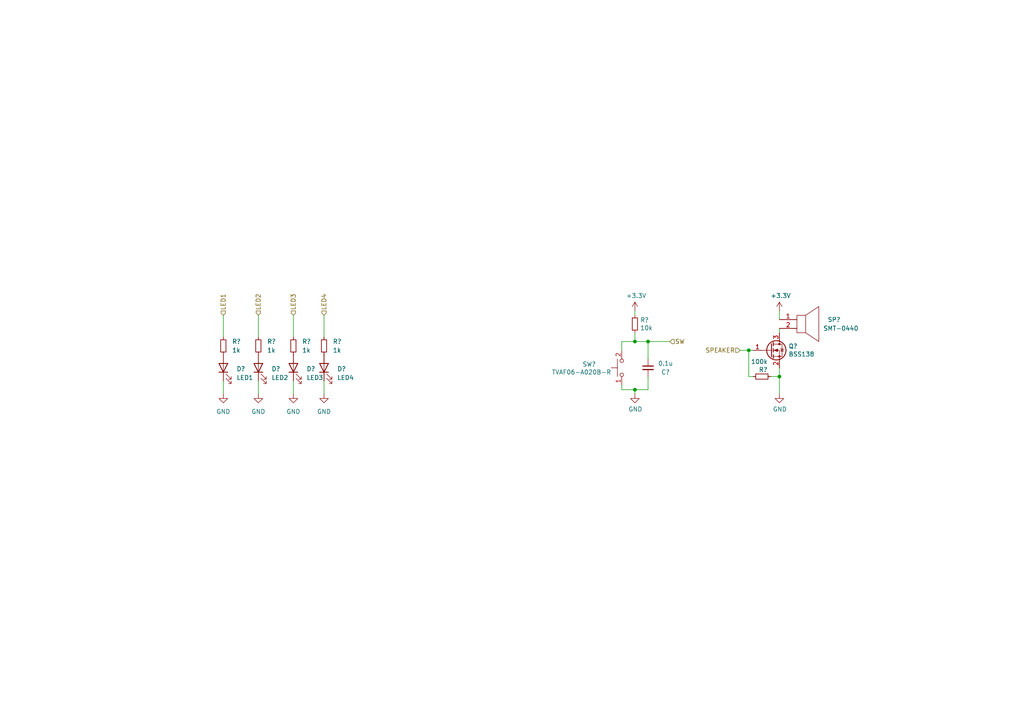
<source format=kicad_sch>
(kicad_sch (version 20211123) (generator eeschema)
  (paper "A4")
  (lib_symbols
    (symbol "Device:C_Small" (pin_numbers hide) (pin_names (offset 0.254) hide)
      (property "Reference" "C" (at 0.254 1.778 0))
      (property "Value" "C_Small" (at 0.254 -2.032 0))
      (symbol "C_Small_0_1"
        (polyline (pts (xy -1.524 -0.508) (xy 1.524 -0.508)) (stroke (width 0.3302)))
        (polyline (pts (xy -1.524 0.508) (xy 1.524 0.508)) (stroke (width 0.3048)))
      )
      (symbol "C_Small_1_1"
        (pin passive line (at 0 2.54 270) (length 2.032) (name "~") (number "1"))
        (pin passive line (at 0 -2.54 90) (length 2.032) (name "~") (number "2"))
      )
    )
    (symbol "Device:LED" (pin_numbers hide) (pin_names (offset 1.016) hide)
      (property "Reference" "D" (at 0 2.54 0))
      (property "Value" "LED" (at 0 -2.54 0))
      (symbol "LED_0_1"
        (polyline (pts (xy -1.27 -1.27) (xy -1.27 1.27)) (stroke (width 0.254)))
        (polyline (pts (xy -1.27 0) (xy 1.27 0)))
        (polyline (pts (xy 1.27 -1.27) (xy 1.27 1.27) (xy -1.27 0) (xy 1.27 -1.27)) (stroke (width 0.254)))
        (polyline (pts (xy -3.048 -0.762) (xy -4.572 -2.286) (xy -3.81 -2.286) (xy -4.572 -2.286) (xy -4.572 -1.524)))
        (polyline (pts (xy -1.778 -0.762) (xy -3.302 -2.286) (xy -2.54 -2.286) (xy -3.302 -2.286) (xy -3.302 -1.524)))
      )
      (symbol "LED_1_1"
        (pin passive line (at -3.81 0 0) (length 2.54) (name "K") (number "1"))
        (pin passive line (at 3.81 0 180) (length 2.54) (name "A") (number "2"))
      )
    )
    (symbol "Device:R_Small" (pin_numbers hide) (pin_names (offset 0.254) hide)
      (property "Reference" "R" (at 0.762 0.508 0))
      (property "Value" "R_Small" (at 0.762 -1.016 0))
      (symbol "R_Small_0_1"
        (rectangle (start -0.762 1.778) (end 0.762 -1.778) (stroke (width 0.2032)))
      )
      (symbol "R_Small_1_1"
        (pin passive line (at 0 2.54 270) (length 0.762) (name "~") (number "1"))
        (pin passive line (at 0 -2.54 90) (length 0.762) (name "~") (number "2"))
      )
    )
    (symbol "My_Device:SKRPACE" (pin_names (offset 1.016))
      (property "Reference" "SW" (at 0 6.35 0))
      (property "Value" "My_Device_SKRPACE" (at 0 8.89 0))
      (symbol "SKRPACE_1_1"
        (circle (center -2.032 0) (radius 0.508))
        (polyline (pts (xy 0 1.27) (xy 0 3.048)))
        (polyline (pts (xy 2.54 1.27) (xy -2.54 1.27)))
        (circle (center 2.032 0) (radius 0.508))
        (pin passive line (at -5.08 0 0) (length 2.54) (name "~") (number "1"))
        (pin passive line (at 5.08 0 180) (length 2.54) (name "~") (number "2"))
      )
    )
    (symbol "My_Device:SMT-0440" (pin_names (offset 1.016))
      (property "Reference" "BUZ1" (at 3.81 5.08 0))
      (property "Value" "My_Device_SMT-0440" (at 3.81 -8.89 0))
      (symbol "SMT-0440_0_1"
        (polyline (pts (xy 2.54 0) (xy 6.35 2.54) (xy 6.35 -7.62) (xy 2.54 -5.08)))
        (rectangle (start 0 0) (end 2.54 -5.08))
      )
      (symbol "SMT-0440_1_1"
        (pin input line (at -5.08 -1.27 0) (length 5.08) (name "~") (number "1"))
        (pin input line (at -5.08 -3.81 0) (length 5.08) (name "~") (number "2"))
      )
    )
    (symbol "Transistor_FET:BSS138" (pin_names hide)
      (property "Reference" "Q" (at 5.08 1.905 0))
      (property "Value" "BSS138" (at 5.08 0 0))
      (symbol "BSS138_0_1"
        (polyline (pts (xy 0.254 0) (xy -2.54 0)))
        (polyline (pts (xy 0.254 1.905) (xy 0.254 -1.905)) (stroke (width 0.254)))
        (polyline (pts (xy 0.762 -1.27) (xy 0.762 -2.286)) (stroke (width 0.254)))
        (polyline (pts (xy 0.762 0.508) (xy 0.762 -0.508)) (stroke (width 0.254)))
        (polyline (pts (xy 0.762 2.286) (xy 0.762 1.27)) (stroke (width 0.254)))
        (polyline (pts (xy 2.54 2.54) (xy 2.54 1.778)))
        (polyline (pts (xy 2.54 -2.54) (xy 2.54 0) (xy 0.762 0)))
        (polyline (pts (xy 0.762 -1.778) (xy 3.302 -1.778) (xy 3.302 1.778) (xy 0.762 1.778)))
        (polyline (pts (xy 1.016 0) (xy 2.032 0.381) (xy 2.032 -0.381) (xy 1.016 0)) (fill (type outline)))
        (polyline (pts (xy 2.794 0.508) (xy 2.921 0.381) (xy 3.683 0.381) (xy 3.81 0.254)))
        (polyline (pts (xy 3.302 0.381) (xy 2.921 -0.254) (xy 3.683 -0.254) (xy 3.302 0.381)))
        (circle (center 1.651 0) (radius 2.794) (stroke (width 0.254)))
        (circle (center 2.54 -1.778) (radius 0.254) (fill (type outline)))
        (circle (center 2.54 1.778) (radius 0.254) (fill (type outline)))
      )
      (symbol "BSS138_1_1"
        (pin input line (at -5.08 0 0) (length 2.54) (name "G") (number "1"))
        (pin passive line (at 2.54 -5.08 90) (length 2.54) (name "S") (number "2"))
        (pin passive line (at 2.54 5.08 270) (length 2.54) (name "D") (number "3"))
      )
    )
    (symbol "power:+3.3V" (power) (pin_names (offset 0))
      (property "Value" "+3.3V" (at 0 3.556 0))
      (symbol "+3.3V_0_1"
        (polyline (pts (xy -0.762 1.27) (xy 0 2.54)))
        (polyline (pts (xy 0 0) (xy 0 2.54)))
        (polyline (pts (xy 0 2.54) (xy 0.762 1.27)))
      )
      (symbol "+3.3V_1_1"
        (pin power_in line (at 0 0 90) (length 0) hide (name "+3.3V") (number "1"))
      )
    )
    (symbol "power:GND" (power) (pin_names (offset 0))
      (property "Value" "GND" (at 0 -3.81 0))
      (symbol "GND_0_1"
        (polyline (pts (xy 0 0) (xy 0 -1.27) (xy 1.27 -1.27) (xy 0 -2.54) (xy -1.27 -1.27) (xy 0 -1.27)))
      )
      (symbol "GND_1_1"
        (pin power_in line (at 0 0 270) (length 0) hide (name "GND") (number "1"))
      )
    )
  )
  (junction (at 184.15 113.03))
  (junction (at 184.15 99.06))
  (junction (at 187.96 99.06))
  (junction (at 226.06 109.22))
  (junction (at 217.17 101.6))
  (wire (pts (xy 64.77 110.49) (xy 64.77 114.3)))
  (wire (pts (xy 74.93 110.49) (xy 74.93 114.3)))
  (wire (pts (xy 74.93 91.44) (xy 74.93 97.79)))
  (wire (pts (xy 217.17 101.6) (xy 218.44 101.6)))
  (wire (pts (xy 226.06 95.25) (xy 226.06 96.52)))
  (wire (pts (xy 226.06 109.22) (xy 226.06 114.3)))
  (wire (pts (xy 180.34 111.76) (xy 180.34 113.03)))
  (wire (pts (xy 187.96 99.06) (xy 184.15 99.06)))
  (wire (pts (xy 184.15 96.52) (xy 184.15 99.06)))
  (wire (pts (xy 218.44 109.22) (xy 217.17 109.22)))
  (wire (pts (xy 184.15 99.06) (xy 180.34 99.06)))
  (wire (pts (xy 226.06 106.68) (xy 226.06 109.22)))
  (wire (pts (xy 187.96 99.06) (xy 194.31 99.06)))
  (wire (pts (xy 187.96 109.22) (xy 187.96 113.03)))
  (wire (pts (xy 214.63 101.6) (xy 217.17 101.6)))
  (wire (pts (xy 93.98 110.49) (xy 93.98 114.3)))
  (wire (pts (xy 85.09 91.44) (xy 85.09 97.79)))
  (wire (pts (xy 184.15 113.03) (xy 184.15 114.3)))
  (wire (pts (xy 226.06 90.17) (xy 226.06 92.71)))
  (wire (pts (xy 64.77 91.44) (xy 64.77 97.79)))
  (wire (pts (xy 180.34 99.06) (xy 180.34 101.6)))
  (wire (pts (xy 217.17 109.22) (xy 217.17 101.6)))
  (wire (pts (xy 85.09 110.49) (xy 85.09 114.3)))
  (wire (pts (xy 93.98 91.44) (xy 93.98 97.79)))
  (wire (pts (xy 180.34 113.03) (xy 184.15 113.03)))
  (wire (pts (xy 184.15 113.03) (xy 187.96 113.03)))
  (wire (pts (xy 184.15 91.44) (xy 184.15 90.17)))
  (wire (pts (xy 187.96 104.14) (xy 187.96 99.06)))
  (wire (pts (xy 223.52 109.22) (xy 226.06 109.22)))
  (hierarchical_label "LED2" (shape input) (at 74.93 91.44 90))
  (hierarchical_label "SW" (shape input) (at 194.31 99.06 0))
  (hierarchical_label "LED3" (shape input) (at 85.09 91.44 90))
  (hierarchical_label "LED1" (shape input) (at 64.77 91.44 90))
  (hierarchical_label "SPEAKER" (shape input) (at 214.63 101.6 180))
  (hierarchical_label "LED4" (shape input) (at 93.98 91.44 90))
  (symbol (lib_id "Transistor_FET:BSS138") (at 223.52 101.6 0) (unit 1)
    (property "Reference" "Q?" (at 228.7016 100.4316 0) (effects (justify left)))
    (property "Value" "BSS138" (at 228.7016 102.743 0) (effects (justify left)))
    (property "Footprint" "Package_TO_SOT_SMD:SOT-23" (effects hide))
    (property "Datasheet" "https://www.onsemi.com/pub/Collateral/BSS138-D.PDF" (effects hide))
  )
  (symbol (lib_id "power:GND") (at 93.98 114.3 0) (unit 1)
    (property "Reference" "#PWR?" (effects hide))
    (property "Value" "GND" (at 93.98 119.38 0))
  )
  (symbol (lib_id "power:+3.3V") (at 226.06 90.17 0) (unit 1)
    (property "Reference" "#PWR?" (effects hide))
    (property "Value" "+3.3V" (at 226.441 85.7758 0))
  )
  (symbol (lib_id "power:GND") (at 74.93 114.3 0) (unit 1)
    (property "Reference" "#PWR?" (effects hide))
    (property "Value" "GND" (at 74.93 119.38 0))
  )
  (symbol (lib_id "Device:LED") (at 64.77 106.68 90) (unit 1)
    (property "Reference" "D?" (at 68.58 106.9974 90) (effects (justify right)))
    (property "Value" "LED1" (at 68.58 109.5374 90) (effects (justify right)))
    (property "Footprint" "LED_SMD:LED_0402_1005Metric" (effects hide))
  )
  (symbol (lib_id "Device:LED") (at 74.93 106.68 90) (unit 1)
    (property "Reference" "D?" (at 78.74 106.9974 90) (effects (justify right)))
    (property "Value" "LED2" (at 78.74 109.5374 90) (effects (justify right)))
    (property "Footprint" "LED_SMD:LED_0402_1005Metric" (effects hide))
  )
  (symbol (lib_id "Device:R_Small") (at 220.98 109.22 90) (unit 1)
    (property "Reference" "R?" (at 222.6564 107.2134 90) (effects (justify left)))
    (property "Value" "100k" (at 222.6564 104.902 90) (effects (justify left)))
    (property "Footprint" "Resistor_SMD:R_0201_0603Metric" (effects hide))
  )
  (symbol (lib_id "Device:R_Small") (at 184.15 93.98 0) (unit 1)
    (property "Reference" "R?" (at 185.6486 92.8116 0) (effects (justify left)))
    (property "Value" "10k" (at 185.6486 95.123 0) (effects (justify left)))
    (property "Footprint" "Resistor_SMD:R_0201_0603Metric" (effects hide))
  )
  (symbol (lib_id "power:GND") (at 226.06 114.3 0) (unit 1)
    (property "Reference" "#PWR?" (effects hide))
    (property "Value" "GND" (at 226.187 118.6942 0))
  )
  (symbol (lib_id "My_Device:SMT-0440") (at 231.14 91.44 0) (unit 1)
    (property "Reference" "SP?" (at 240.03 92.71 0) (effects (justify left)))
    (property "Value" "SMT-0440" (at 238.76 95.25 0) (effects (justify left)))
    (property "Footprint" "omni:STM0440-T-R" (effects hide))
    (property "Datasheet" "https://www.puiaudio.com/media/SpecSheet/SMT-0440-T-R.pdf" (effects hide))
  )
  (symbol (lib_id "power:GND") (at 64.77 114.3 0) (unit 1)
    (property "Reference" "#PWR?" (effects hide))
    (property "Value" "GND" (at 64.77 119.38 0))
  )
  (symbol (lib_id "Device:R_Small") (at 93.98 100.33 0) (unit 1)
    (property "Reference" "R?" (at 96.52 99.0599 0) (effects (justify left)))
    (property "Value" "1k" (at 96.52 101.5999 0) (effects (justify left)))
    (property "Footprint" "Resistor_SMD:R_0201_0603Metric" (effects hide))
  )
  (symbol (lib_id "Device:R_Small") (at 85.09 100.33 0) (unit 1)
    (property "Reference" "R?" (at 87.63 99.0599 0) (effects (justify left)))
    (property "Value" "1k" (at 87.63 101.5999 0) (effects (justify left)))
    (property "Footprint" "Resistor_SMD:R_0201_0603Metric" (effects hide))
  )
  (symbol (lib_id "Device:LED") (at 93.98 106.68 90) (unit 1)
    (property "Reference" "D?" (at 97.79 106.9974 90) (effects (justify right)))
    (property "Value" "LED4" (at 97.79 109.5374 90) (effects (justify right)))
    (property "Footprint" "LED_SMD:LED_0402_1005Metric" (effects hide))
  )
  (symbol (lib_id "power:+3.3V") (at 184.15 90.17 0) (unit 1)
    (property "Reference" "#PWR?" (effects hide))
    (property "Value" "+3.3V" (at 184.531 85.7758 0))
  )
  (symbol (lib_id "Device:R_Small") (at 64.77 100.33 0) (unit 1)
    (property "Reference" "R?" (at 67.31 99.0599 0) (effects (justify left)))
    (property "Value" "1k" (at 67.31 101.5999 0) (effects (justify left)))
    (property "Footprint" "Resistor_SMD:R_0201_0603Metric" (effects hide))
  )
  (symbol (lib_id "power:GND") (at 184.15 114.3 0) (unit 1)
    (property "Reference" "#PWR?" (effects hide))
    (property "Value" "GND" (at 184.277 118.6942 0))
  )
  (symbol (lib_id "power:GND") (at 85.09 114.3 0) (unit 1)
    (property "Reference" "#PWR?" (effects hide))
    (property "Value" "GND" (at 85.09 119.38 0))
  )
  (symbol (lib_id "My_Device:SKRPACE") (at 180.34 106.68 90) (unit 1)
    (property "Reference" "SW?" (at 168.91 105.6386 90) (effects (justify right)))
    (property "Value" "TVAF06-A020B-R" (at 160.02 107.95 90) (effects (justify right)))
    (property "Footprint" "half_mouse_lib:TVAF06-A020B-R" (effects hide))
  )
  (symbol (lib_id "Device:LED") (at 85.09 106.68 90) (unit 1)
    (property "Reference" "D?" (at 88.9 106.9974 90) (effects (justify right)))
    (property "Value" "LED3" (at 88.9 109.5374 90) (effects (justify right)))
    (property "Footprint" "LED_SMD:LED_0402_1005Metric" (effects hide))
  )
  (symbol (lib_id "Device:C_Small") (at 187.96 106.68 0) (unit 1)
    (property "Reference" "C?" (at 193.04 107.95 0))
    (property "Value" "0.1u" (at 193.04 105.41 0))
    (property "Footprint" "Capacitor_SMD:C_0201_0603Metric" (effects hide))
  )
  (symbol (lib_id "Device:R_Small") (at 74.93 100.33 0) (unit 1)
    (property "Reference" "R?" (at 77.47 99.0599 0) (effects (justify left)))
    (property "Value" "1k" (at 77.47 101.5999 0) (effects (justify left)))
    (property "Footprint" "Resistor_SMD:R_0201_0603Metric" (effects hide))
  )
)
</source>
